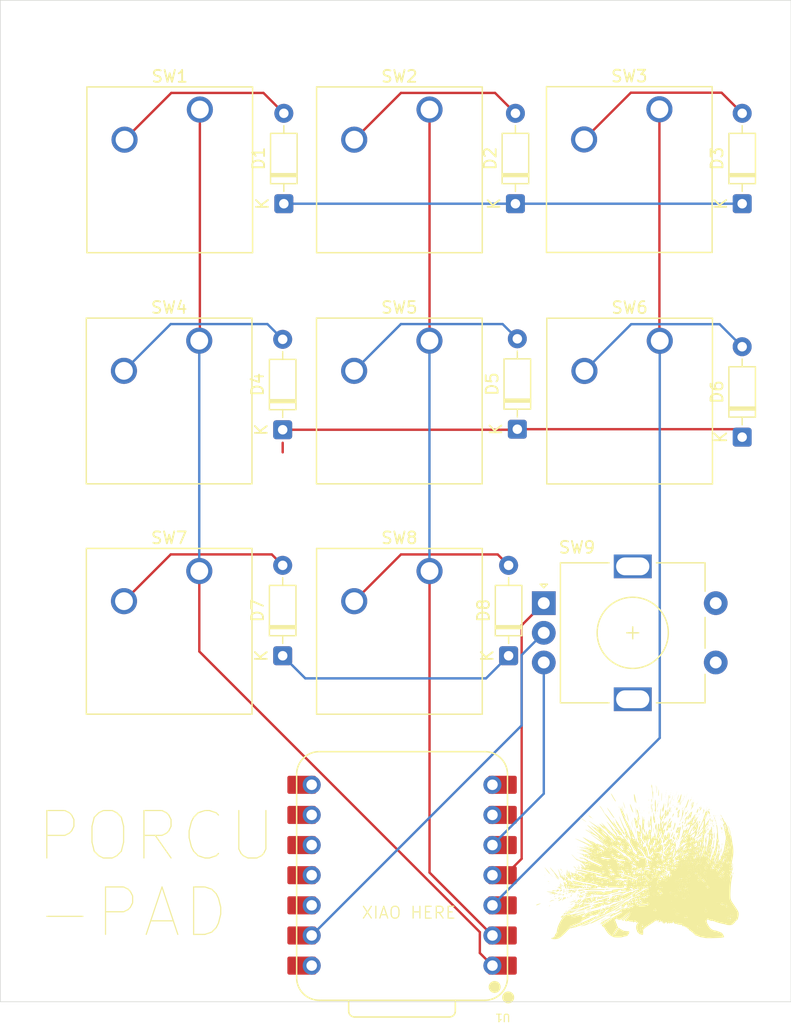
<source format=kicad_pcb>
(kicad_pcb (version 20241229) (generator "pcbnew") (generator_version "9.0")
  (layers (0 "F.Cu" signal) (2 "B.Cu" signal) (13 "F.Paste" user) (15 "B.Paste" user) (5 "F.SilkS" user "F.Silkscreen") (7 "B.SilkS" user "B.Silkscreen") (1 "F.Mask" user) (3 "B.Mask" user) (25 "Edge.Cuts" user))
  (net 0 "")
  (net 1 "Net-(D1-A)")
  (net 2 "Row 1")
  (net 3 "Net-(D2-A)")
  (net 4 "Net-(D3-A)")
  (net 5 "Row 2")
  (net 6 "Net-(D4-A)")
  (net 7 "Net-(D5-A)")
  (net 8 "Net-(D6-A)")
  (net 9 "Net-(D7-A)")
  (net 10 "Row 3")
  (net 11 "Net-(D8-A)")
  (net 12 "Col 1")
  (net 13 "Col 2")
  (net 14 "Col 3")
  (net 15 "Net-(U1-GPIO6{slash}SDA)")
  (net 16 "GND")
  (net 17 "Net-(U1-GPIO29{slash}ADC3{slash}A3)")
  (net 20 "+5V")
  (footprint "ryu:porc" (layer "F.Cu") (at 86.574258 106.619771)
    (property "Reference" "G***" (at 0 0 0) (layer "F.SilkS") (effects (font (size 1.5 1.5) (thickness 0.3))))
    (property "Value" "LOGO" (hide yes))
  )
  (footprint "Button_Switch_Keyboard:SW_Cherry_MX_1.00u_PCB" (layer "F.Cu") (at 50.118334 81.440929)
    (property "Reference" "SW7" (at -2.54 -2.794 0) (layer "F.SilkS"))
    (property "Value" "SW_Push")
    (pad "" np_thru_hole circle (at -7.62 5.08) (size 1.7 1.7) (drill 1.7) (layers "*.Cu" "*.Mask"))
    (pad "" np_thru_hole circle (at -2.54 5.08) (size 4 4) (drill 4) (layers "*.Cu" "*.Mask"))
    (pad "" np_thru_hole circle (at 2.54 5.08) (size 1.7 1.7) (drill 1.7) (layers "*.Cu" "*.Mask"))
    (pad "1" thru_hole circle (at 0 0) (size 2.2 2.2) (drill 1.5) (layers "*.Cu" "*.Mask") (net 12 "Col 1"))
    (pad "2" thru_hole circle (at -6.35 2.54) (size 2.2 2.2) (drill 1.5) (layers "*.Cu" "*.Mask") (net 9 "Net-(D7-A)"))
  )
  (footprint "Diode_THT:D_DO-35_SOD27_P7.62mm_Horizontal" (layer "F.Cu") (at 76.935734 69.487431 90)
    (property "Reference" "D5" (at 3.81 -2.12 90) (layer "F.SilkS"))
    (property "Value" "D")
    (fp_text user "K" (at 0 -1.8 90) (layer "F.SilkS"))
    (pad "1" thru_hole roundrect (at 0 0 90) (size 1.6 1.6) (drill 0.8) (layers "*.Cu" "*.Mask") (roundrect_rratio 0.15625) (net 5 "Row 2"))
    (pad "2" thru_hole circle (at 7.62 0 90) (size 1.6 1.6) (drill 0.8) (layers "*.Cu" "*.Mask") (net 7 "Net-(D5-A)"))
  )
  (footprint "OPL:XIAO-RP2040-DIP" (layer "F.Cu") (at 67.216457 107.078295 180)
    (property "Reference" "U1" (at -8.5 -12 180) (layer "F.SilkS") (effects (font (size 0.635 0.635) (thickness 0.1016))))
    (property "Value" "XIAO-RP2040-DIP")
    (pad "1" smd roundrect (at -8.455 -7.62) (size 2.432 1.524) (layers "F.Cu" "F.Mask") (roundrect_rratio 0.1) (net 12 "Col 1"))
    (pad "1" thru_hole circle (at -7.62 -7.62) (size 1.524 1.524) (drill 0.889) (layers "*.Cu" "*.Mask") (net 12 "Col 1"))
    (pad "2" smd roundrect (at -8.455 -5.08) (size 2.432 1.524) (layers "F.Cu" "F.Mask") (roundrect_rratio 0.1) (net 13 "Col 2"))
    (pad "2" thru_hole circle (at -7.62 -5.08) (size 1.524 1.524) (drill 0.889) (layers "*.Cu" "*.Mask") (net 13 "Col 2"))
    (pad "3" smd roundrect (at -8.455 -2.54) (size 2.432 1.524) (layers "F.Cu" "F.Mask") (roundrect_rratio 0.1) (net 14 "Col 3"))
    (pad "3" thru_hole circle (at -7.62 -2.54) (size 1.524 1.524) (drill 0.889) (layers "*.Cu" "*.Mask") (net 14 "Col 3"))
    (pad "4" smd roundrect (at -8.455 0) (size 2.432 1.524) (layers "F.Cu" "F.Mask") (roundrect_rratio 0.1) (net 17 "Net-(U1-GPIO29{slash}ADC3{slash}A3)"))
    (pad "4" thru_hole circle (at -7.62 0) (size 1.524 1.524) (drill 0.889) (layers "*.Cu" "*.Mask") (net 17 "Net-(U1-GPIO29{slash}ADC3{slash}A3)"))
    (pad "5" smd roundrect (at -8.455 2.54) (size 2.432 1.524) (layers "F.Cu" "F.Mask") (roundrect_rratio 0.1) (net 15 "Net-(U1-GPIO6{slash}SDA)"))
    (pad "5" thru_hole circle (at -7.62 2.54) (size 1.524 1.524) (drill 0.889) (layers "*.Cu" "*.Mask") (net 15 "Net-(U1-GPIO6{slash}SDA)"))
    (pad "6" smd roundrect (at -8.455 5.08) (size 2.432 1.524) (layers "F.Cu" "F.Mask") (roundrect_rratio 0.1))
    (pad "6" thru_hole circle (at -7.62 5.08) (size 1.524 1.524) (drill 0.889) (layers "*.Cu" "*.Mask"))
    (pad "7" smd roundrect (at -8.455 7.62) (size 2.432 1.524) (layers "F.Cu" "F.Mask") (roundrect_rratio 0.1))
    (pad "7" thru_hole circle (at -7.62 7.62) (size 1.524 1.524) (drill 0.889) (layers "*.Cu" "*.Mask"))
    (pad "8" thru_hole circle (at 7.62 7.62 180) (size 1.524 1.524) (drill 0.889) (layers "*.Cu" "*.Mask") (net 10 "Row 3"))
    (pad "8" smd roundrect (at 8.455 7.62 180) (size 2.432 1.524) (layers "F.Cu" "F.Mask") (roundrect_rratio 0.1) (net 10 "Row 3"))
    (pad "9" thru_hole circle (at 7.62 5.08 180) (size 1.524 1.524) (drill 0.889) (layers "*.Cu" "*.Mask") (net 5 "Row 2"))
    (pad "9" smd roundrect (at 8.455 5.08 180) (size 2.432 1.524) (layers "F.Cu" "F.Mask") (roundrect_rratio 0.1) (net 5 "Row 2"))
    (pad "10" thru_hole circle (at 7.62 2.54 180) (size 1.524 1.524) (drill 0.889) (layers "*.Cu" "*.Mask") (net 2 "Row 1"))
    (pad "10" smd roundrect (at 8.455 2.54 180) (size 2.432 1.524) (layers "F.Cu" "F.Mask") (roundrect_rratio 0.1) (net 2 "Row 1"))
    (pad "11" thru_hole circle (at 7.62 0 180) (size 1.524 1.524) (drill 0.889) (layers "*.Cu" "*.Mask"))
    (pad "11" smd roundrect (at 8.455 0 180) (size 2.432 1.524) (layers "F.Cu" "F.Mask") (roundrect_rratio 0.1))
    (pad "12" thru_hole circle (at 7.62 -2.54 180) (size 1.524 1.524) (drill 0.889) (layers "*.Cu" "*.Mask"))
    (pad "12" smd roundrect (at 8.455 -2.54 180) (size 2.432 1.524) (layers "F.Cu" "F.Mask") (roundrect_rratio 0.1))
    (pad "13" thru_hole circle (at 7.62 -5.08 180) (size 1.524 1.524) (drill 0.889) (layers "*.Cu" "*.Mask") (net 16 "GND"))
    (pad "13" smd roundrect (at 8.455 -5.08 180) (size 2.432 1.524) (layers "F.Cu" "F.Mask") (roundrect_rratio 0.1) (net 16 "GND"))
    (pad "14" thru_hole circle (at 7.62 -7.62 180) (size 1.524 1.524) (drill 0.889) (layers "*.Cu" "*.Mask") (net 20 "+5V"))
    (pad "14" smd roundrect (at 8.455 -7.62 180) (size 2.432 1.524) (layers "F.Cu" "F.Mask") (roundrect_rratio 0.1) (net 20 "+5V"))
  )
  (footprint "Diode_THT:D_DO-35_SOD27_P7.62mm_Horizontal" (layer "F.Cu") (at 95.894347 70.15594 90)
    (property "Reference" "D6" (at 3.81 -2.12 90) (layer "F.SilkS"))
    (property "Value" "D")
    (fp_text user "K" (at 0 -1.8 90) (layer "F.SilkS"))
    (pad "1" thru_hole roundrect (at 0 0 90) (size 1.6 1.6) (drill 0.8) (layers "*.Cu" "*.Mask") (roundrect_rratio 0.15625) (net 5 "Row 2"))
    (pad "2" thru_hole circle (at 7.62 0 90) (size 1.6 1.6) (drill 0.8) (layers "*.Cu" "*.Mask") (net 8 "Net-(D6-A)"))
  )
  (footprint "Diode_THT:D_DO-35_SOD27_P7.62mm_Horizontal" (layer "F.Cu") (at 76.2 88.5825 90)
    (property "Reference" "D8" (at 3.81 -2.12 90) (layer "F.SilkS"))
    (property "Value" "D")
    (fp_text user "K" (at 0 -1.8 90) (layer "F.SilkS"))
    (pad "1" thru_hole roundrect (at 0 0 90) (size 1.6 1.6) (drill 0.8) (layers "*.Cu" "*.Mask") (roundrect_rratio 0.15625) (net 10 "Row 3"))
    (pad "2" thru_hole circle (at 7.62 0 90) (size 1.6 1.6) (drill 0.8) (layers "*.Cu" "*.Mask") (net 11 "Net-(D8-A)"))
  )
  (footprint "Diode_THT:D_DO-35_SOD27_P7.62mm_Horizontal" (layer "F.Cu") (at 57.15 69.5325 90)
    (property "Reference" "D4" (at 3.81 -2.12 90) (layer "F.SilkS"))
    (property "Value" "D")
    (fp_text user "K" (at 0 -1.8 90) (layer "F.SilkS"))
    (pad "1" thru_hole roundrect (at 0 0 90) (size 1.6 1.6) (drill 0.8) (layers "*.Cu" "*.Mask") (roundrect_rratio 0.15625) (net 5 "Row 2"))
    (pad "2" thru_hole circle (at 7.62 0 90) (size 1.6 1.6) (drill 0.8) (layers "*.Cu" "*.Mask") (net 6 "Net-(D4-A)"))
  )
  (footprint "Button_Switch_Keyboard:SW_Cherry_MX_1.00u_PCB" (layer "F.Cu") (at 50.165 42.545)
    (property "Reference" "SW1" (at -2.54 -2.794 0) (layer "F.SilkS"))
    (property "Value" "SW_Push")
    (pad "" np_thru_hole circle (at -7.62 5.08) (size 1.7 1.7) (drill 1.7) (layers "*.Cu" "*.Mask"))
    (pad "" np_thru_hole circle (at -2.54 5.08) (size 4 4) (drill 4) (layers "*.Cu" "*.Mask"))
    (pad "" np_thru_hole circle (at 2.54 5.08) (size 1.7 1.7) (drill 1.7) (layers "*.Cu" "*.Mask"))
    (pad "1" thru_hole circle (at 0 0) (size 2.2 2.2) (drill 1.5) (layers "*.Cu" "*.Mask") (net 12 "Col 1"))
    (pad "2" thru_hole circle (at -6.35 2.54) (size 2.2 2.2) (drill 1.5) (layers "*.Cu" "*.Mask") (net 1 "Net-(D1-A)"))
  )
  (footprint "Diode_THT:D_DO-35_SOD27_P7.62mm_Horizontal" (layer "F.Cu") (at 76.775318 50.4825 90)
    (property "Reference" "D2" (at 3.81 -2.12 90) (layer "F.SilkS"))
    (property "Value" "D")
    (fp_text user "K" (at 0 -1.8 90) (layer "F.SilkS"))
    (pad "1" thru_hole roundrect (at 0 0 90) (size 1.6 1.6) (drill 0.8) (layers "*.Cu" "*.Mask") (roundrect_rratio 0.15625) (net 2 "Row 1"))
    (pad "2" thru_hole circle (at 7.62 0 90) (size 1.6 1.6) (drill 0.8) (layers "*.Cu" "*.Mask") (net 3 "Net-(D2-A)"))
  )
  (footprint "Button_Switch_Keyboard:SW_Cherry_MX_1.00u_PCB" (layer "F.Cu") (at 69.525682 62.027637)
    (property "Reference" "SW5" (at -2.54 -2.794 0) (layer "F.SilkS"))
    (property "Value" "SW_Push")
    (pad "" np_thru_hole circle (at -7.62 5.08) (size 1.7 1.7) (drill 1.7) (layers "*.Cu" "*.Mask"))
    (pad "" np_thru_hole circle (at -2.54 5.08) (size 4 4) (drill 4) (layers "*.Cu" "*.Mask"))
    (pad "" np_thru_hole circle (at 2.54 5.08) (size 1.7 1.7) (drill 1.7) (layers "*.Cu" "*.Mask"))
    (pad "1" thru_hole circle (at 0 0) (size 2.2 2.2) (drill 1.5) (layers "*.Cu" "*.Mask") (net 13 "Col 2"))
    (pad "2" thru_hole circle (at -6.35 2.54) (size 2.2 2.2) (drill 1.5) (layers "*.Cu" "*.Mask") (net 7 "Net-(D5-A)"))
  )
  (footprint "Button_Switch_Keyboard:SW_Cherry_MX_1.00u_PCB" (layer "F.Cu") (at 88.917002 42.5251)
    (property "Reference" "SW3" (at -2.54 -2.794 0) (layer "F.SilkS"))
    (property "Value" "SW_Push")
    (pad "" np_thru_hole circle (at -7.62 5.08) (size 1.7 1.7) (drill 1.7) (layers "*.Cu" "*.Mask"))
    (pad "" np_thru_hole circle (at -2.54 5.08) (size 4 4) (drill 4) (layers "*.Cu" "*.Mask"))
    (pad "" np_thru_hole circle (at 2.54 5.08) (size 1.7 1.7) (drill 1.7) (layers "*.Cu" "*.Mask"))
    (pad "1" thru_hole circle (at 0 0) (size 2.2 2.2) (drill 1.5) (layers "*.Cu" "*.Mask") (net 14 "Col 3"))
    (pad "2" thru_hole circle (at -6.35 2.54) (size 2.2 2.2) (drill 1.5) (layers "*.Cu" "*.Mask") (net 4 "Net-(D3-A)"))
  )
  (footprint "Button_Switch_Keyboard:SW_Cherry_MX_1.00u_PCB" (layer "F.Cu") (at 69.5325 42.545)
    (property "Reference" "SW2" (at -2.54 -2.794 0) (layer "F.SilkS"))
    (property "Value" "SW_Push")
    (pad "" np_thru_hole circle (at -7.62 5.08) (size 1.7 1.7) (drill 1.7) (layers "*.Cu" "*.Mask"))
    (pad "" np_thru_hole circle (at -2.54 5.08) (size 4 4) (drill 4) (layers "*.Cu" "*.Mask"))
    (pad "" np_thru_hole circle (at 2.54 5.08) (size 1.7 1.7) (drill 1.7) (layers "*.Cu" "*.Mask"))
    (pad "1" thru_hole circle (at 0 0) (size 2.2 2.2) (drill 1.5) (layers "*.Cu" "*.Mask") (net 13 "Col 2"))
    (pad "2" thru_hole circle (at -6.35 2.54) (size 2.2 2.2) (drill 1.5) (layers "*.Cu" "*.Mask") (net 3 "Net-(D2-A)"))
  )
  (footprint "Rotary_Encoder:RotaryEncoder_Alps_EC11E-Switch_Vertical_H20mm" (layer "F.Cu") (at 79.166987 84.14893)
    (property "Reference" "SW9" (at 2.8 -4.7 0) (layer "F.SilkS"))
    (property "Value" "RotaryEncoder")
    (pad "A" thru_hole rect (at 0 0) (size 2 2) (drill 1) (layers "*.Cu" "*.Mask") (net 17 "Net-(U1-GPIO29{slash}ADC3{slash}A3)"))
    (pad "B" thru_hole circle (at 0 5) (size 2 2) (drill 1) (layers "*.Cu" "*.Mask") (net 15 "Net-(U1-GPIO6{slash}SDA)"))
    (pad "C" thru_hole circle (at 0 2.5) (size 2 2) (drill 1) (layers "*.Cu" "*.Mask") (net 16 "GND"))
    (pad "MP" thru_hole rect (at 7.5 -3.1) (size 3.2 2) (drill oval 2.8 1.5) (layers "*.Cu" "*.Mask"))
    (pad "MP" thru_hole rect (at 7.5 8.1) (size 3.2 2) (drill oval 2.8 1.5) (layers "*.Cu" "*.Mask"))
    (pad "S1" thru_hole circle (at 14.5 5) (size 2 2) (drill 1) (layers "*.Cu" "*.Mask"))
    (pad "S2" thru_hole circle (at 14.5 0) (size 2 2) (drill 1) (layers "*.Cu" "*.Mask"))
  )
  (footprint "Button_Switch_Keyboard:SW_Cherry_MX_1.00u_PCB" (layer "F.Cu") (at 50.113954 62.027637)
    (property "Reference" "SW4" (at -2.54 -2.794 0) (layer "F.SilkS"))
    (property "Value" "SW_Push")
    (pad "" np_thru_hole circle (at -7.62 5.08) (size 1.7 1.7) (drill 1.7) (layers "*.Cu" "*.Mask"))
    (pad "" np_thru_hole circle (at -2.54 5.08) (size 4 4) (drill 4) (layers "*.Cu" "*.Mask"))
    (pad "" np_thru_hole circle (at 2.54 5.08) (size 1.7 1.7) (drill 1.7) (layers "*.Cu" "*.Mask"))
    (pad "1" thru_hole circle (at 0 0) (size 2.2 2.2) (drill 1.5) (layers "*.Cu" "*.Mask") (net 12 "Col 1"))
    (pad "2" thru_hole circle (at -6.35 2.54) (size 2.2 2.2) (drill 1.5) (layers "*.Cu" "*.Mask") (net 6 "Net-(D4-A)"))
  )
  (footprint "Button_Switch_Keyboard:SW_Cherry_MX_1.00u_PCB" (layer "F.Cu") (at 69.5325 81.443543)
    (property "Reference" "SW8" (at -2.54 -2.794 0) (layer "F.SilkS"))
    (property "Value" "SW_Push")
    (pad "" np_thru_hole circle (at -7.62 5.08) (size 1.7 1.7) (drill 1.7) (layers "*.Cu" "*.Mask"))
    (pad "" np_thru_hole circle (at -2.54 5.08) (size 4 4) (drill 4) (layers "*.Cu" "*.Mask"))
    (pad "" np_thru_hole circle (at 2.54 5.08) (size 1.7 1.7) (drill 1.7) (layers "*.Cu" "*.Mask"))
    (pad "1" thru_hole circle (at 0 0) (size 2.2 2.2) (drill 1.5) (layers "*.Cu" "*.Mask") (net 13 "Col 2"))
    (pad "2" thru_hole circle (at -6.35 2.54) (size 2.2 2.2) (drill 1.5) (layers "*.Cu" "*.Mask") (net 11 "Net-(D8-A)"))
  )
  (footprint "Diode_THT:D_DO-35_SOD27_P7.62mm_Horizontal" (layer "F.Cu") (at 57.246881 50.4825 90)
    (property "Reference" "D1" (at 3.81 -2.12 90) (layer "F.SilkS"))
    (property "Value" "D")
    (fp_text user "K" (at 0 -1.8 90) (layer "F.SilkS"))
    (pad "1" thru_hole roundrect (at 0 0 90) (size 1.6 1.6) (drill 0.8) (layers "*.Cu" "*.Mask") (roundrect_rratio 0.15625) (net 2 "Row 1"))
    (pad "2" thru_hole circle (at 7.62 0 90) (size 1.6 1.6) (drill 0.8) (layers "*.Cu" "*.Mask") (net 1 "Net-(D1-A)"))
  )
  (footprint "Diode_THT:D_DO-35_SOD27_P7.62mm_Horizontal" (layer "F.Cu") (at 57.15 88.5825 90)
    (property "Reference" "D7" (at 3.81 -2.12 90) (layer "F.SilkS"))
    (property "Value" "D")
    (fp_text user "K" (at 0 -1.8 90) (layer "F.SilkS"))
    (pad "1" thru_hole roundrect (at 0 0 90) (size 1.6 1.6) (drill 0.8) (layers "*.Cu" "*.Mask") (roundrect_rratio 0.15625) (net 10 "Row 3"))
    (pad "2" thru_hole circle (at 7.62 0 90) (size 1.6 1.6) (drill 0.8) (layers "*.Cu" "*.Mask") (net 9 "Net-(D7-A)"))
  )
  (footprint "Button_Switch_Keyboard:SW_Cherry_MX_1.00u_PCB" (layer "F.Cu") (at 88.945473 62.036342)
    (property "Reference" "SW6" (at -2.54 -2.794 0) (layer "F.SilkS"))
    (property "Value" "SW_Push")
    (pad "" np_thru_hole circle (at -7.62 5.08) (size 1.7 1.7) (drill 1.7) (layers "*.Cu" "*.Mask"))
    (pad "" np_thru_hole circle (at -2.54 5.08) (size 4 4) (drill 4) (layers "*.Cu" "*.Mask"))
    (pad "" np_thru_hole circle (at 2.54 5.08) (size 1.7 1.7) (drill 1.7) (layers "*.Cu" "*.Mask"))
    (pad "1" thru_hole circle (at 0 0) (size 2.2 2.2) (drill 1.5) (layers "*.Cu" "*.Mask") (net 14 "Col 3"))
    (pad "2" thru_hole circle (at -6.35 2.54) (size 2.2 2.2) (drill 1.5) (layers "*.Cu" "*.Mask") (net 8 "Net-(D6-A)"))
  )
  (footprint "Diode_THT:D_DO-35_SOD27_P7.62mm_Horizontal" (layer "F.Cu") (at 95.896913 50.4825 90)
    (property "Reference" "D3" (at 3.81 -2.12 90) (layer "F.SilkS"))
    (property "Value" "D")
    (fp_text user "K" (at 0 -1.8 90) (layer "F.SilkS"))
    (pad "1" thru_hole roundrect (at 0 0 90) (size 1.6 1.6) (drill 0.8) (layers "*.Cu" "*.Mask") (roundrect_rratio 0.15625) (net 2 "Row 1"))
    (pad "2" thru_hole circle (at 7.62 0 90) (size 1.6 1.6) (drill 0.8) (layers "*.Cu" "*.Mask") (net 4 "Net-(D3-A)"))
  )
  (gr_rect (start 33.3375 33.3375) (end 100.0125 117.743953) (stroke (width 0.05)) (fill no) (layer "Edge.Cuts"))
  (gr_text "XIAO HERE" (at 63.749393 110.822315 0) (layer "F.SilkS") (effects (font (size 1 1) (thickness 0.1)) (justify left bottom)))
  (gr_text "PORCU\n-PAD" (at 36.241252 112.561335 0) (layer "F.SilkS") (effects (font (size 4 4) (thickness 0.1)) (justify left bottom)))
  (segment (start 57.15 71.4375) (end 57.15 70.6335) (width 0.2) (layer "F.Cu") (net 0))
  (segment (start 55.528381 41.144) (end 57.246881 42.8625) (width 0.2) (layer "F.Cu") (net 1))
  (segment (start 43.815 45.085) (end 47.756 41.144) (width 0.2) (layer "F.Cu") (net 1))
  (segment (start 47.756 41.144) (end 55.528381 41.144) (width 0.2) (layer "F.Cu") (net 1))
  (segment (start 95.896913 50.4825) (end 76.775318 50.4825) (width 0.2) (layer "B.Cu") (net 2))
  (segment (start 57.246881 50.4825) (end 76.775318 50.4825) (width 0.2) (layer "B.Cu") (net 2))
  (segment (start 75.056818 41.144) (end 76.775318 42.8625) (width 0.2) (layer "F.Cu") (net 3))
  (segment (start 67.1235 41.144) (end 75.056818 41.144) (width 0.2) (layer "F.Cu") (net 3))
  (segment (start 63.1825 45.085) (end 67.1235 41.144) (width 0.2) (layer "F.Cu") (net 3))
  (segment (start 86.508002 41.1241) (end 94.158513 41.1241) (width 0.2) (layer "F.Cu") (net 4))
  (segment (start 94.158513 41.1241) (end 95.896913 42.8625) (width 0.2) (layer "F.Cu") (net 4))
  (segment (start 82.567002 45.0651) (end 86.508002 41.1241) (width 0.2) (layer "F.Cu") (net 4))
  (segment (start 76.890665 69.5325) (end 76.935734 69.487431) (width 0.2) (layer "F.Cu") (net 5))
  (segment (start 95.225838 69.487431) (end 95.894347 70.15594) (width 0.2) (layer "F.Cu") (net 5))
  (segment (start 76.935734 69.487431) (end 95.225838 69.487431) (width 0.2) (layer "F.Cu") (net 5))
  (segment (start 57.15 69.5325) (end 76.890665 69.5325) (width 0.2) (layer "F.Cu") (net 5))
  (segment (start 43.763954 64.567637) (end 47.704954 60.626637) (width 0.2) (layer "B.Cu") (net 6))
  (segment (start 55.864137 60.626637) (end 57.15 61.9125) (width 0.2) (layer "B.Cu") (net 6))
  (segment (start 47.704954 60.626637) (end 55.864137 60.626637) (width 0.2) (layer "B.Cu") (net 6))
  (segment (start 63.175682 64.567637) (end 67.116682 60.626637) (width 0.2) (layer "B.Cu") (net 7))
  (segment (start 75.69494 60.626637) (end 76.935734 61.867431) (width 0.2) (layer "B.Cu") (net 7))
  (segment (start 67.116682 60.626637) (end 75.69494 60.626637) (width 0.2) (layer "B.Cu") (net 7))
  (segment (start 93.993749 60.635342) (end 95.894347 62.53594) (width 0.2) (layer "B.Cu") (net 8))
  (segment (start 82.595473 64.576342) (end 86.536473 60.635342) (width 0.2) (layer "B.Cu") (net 8))
  (segment (start 86.536473 60.635342) (end 93.993749 60.635342) (width 0.2) (layer "B.Cu") (net 8))
  (segment (start 43.768334 83.980929) (end 47.709334 80.039929) (width 0.2) (layer "F.Cu") (net 9))
  (segment (start 56.227429 80.039929) (end 57.15 80.9625) (width 0.2) (layer "F.Cu") (net 9))
  (segment (start 47.709334 80.039929) (end 56.227429 80.039929) (width 0.2) (layer "F.Cu") (net 9))
  (segment (start 57.15 88.5825) (end 59.055 90.4875) (width 0.2) (layer "B.Cu") (net 10))
  (segment (start 74.295 90.4875) (end 76.2 88.5825) (width 0.2) (layer "B.Cu") (net 10))
  (segment (start 59.055 90.4875) (end 74.295 90.4875) (width 0.2) (layer "B.Cu") (net 10))
  (segment (start 63.1825 83.983543) (end 67.1235 80.042543) (width 0.2) (layer "F.Cu") (net 11))
  (segment (start 67.1235 80.042543) (end 75.280043 80.042543) (width 0.2) (layer "F.Cu") (net 11))
  (segment (start 75.280043 80.042543) (end 76.2 80.9625) (width 0.2) (layer "F.Cu") (net 11))
  (segment (start 50.165 61.976591) (end 50.113954 62.027637) (width 0.2) (layer "F.Cu") (net 12))
  (segment (start 50.118334 81.440929) (end 50.118334 88.218334) (width 0.2) (layer "F.Cu") (net 12))
  (segment (start 50.113954 62.027637) (end 50.118334 62.032017) (width 0.2) (layer "F.Cu") (net 12))
  (segment (start 73.773457 111.873457) (end 73.773457 113.635295) (width 0.2) (layer "F.Cu") (net 12))
  (segment (start 50.118334 88.218334) (end 73.773457 111.873457) (width 0.2) (layer "F.Cu") (net 12))
  (segment (start 73.773457 113.635295) (end 74.836457 114.698295) (width 0.2) (layer "F.Cu") (net 12))
  (segment (start 50.165 42.545) (end 50.165 61.976591) (width 0.2) (layer "F.Cu") (net 12))
  (segment (start 50.113954 81.436549) (end 50.118334 81.440929) (width 0.2) (layer "B.Cu") (net 12))
  (segment (start 50.113954 62.027637) (end 50.113954 81.436549) (width 0.2) (layer "B.Cu") (net 12))
  (segment (start 69.525682 81.436725) (end 69.5325 81.443543) (width 0.2) (layer "F.Cu") (net 13))
  (segment (start 69.5325 62.020819) (end 69.525682 62.027637) (width 0.2) (layer "F.Cu") (net 13))
  (segment (start 69.5325 81.443543) (end 69.5325 106.854338) (width 0.2) (layer "F.Cu") (net 13))
  (segment (start 69.5325 42.545) (end 69.5325 62.020819) (width 0.2) (layer "F.Cu") (net 13))
  (segment (start 69.5325 106.854338) (end 74.836457 112.158295) (width 0.2) (layer "F.Cu") (net 13))
  (segment (start 69.525682 81.436725) (end 69.5325 81.443543) (width 0.2) (layer "B.Cu") (net 13))
  (segment (start 69.525682 62.027637) (end 69.525682 81.436725) (width 0.2) (layer "B.Cu") (net 13))
  (segment (start 88.945473 62.036342) (end 88.917002 62.007871) (width 0.2) (layer "F.Cu") (net 14))
  (segment (start 74.836457 109.618295) (end 75.671457 109.618295) (width 0.2) (layer "F.Cu") (net 14))
  (segment (start 88.917002 42.5251) (end 88.917002 62.007871) (width 0.2) (layer "F.Cu") (net 14))
  (segment (start 88.945473 95.509279) (end 74.836457 109.618295) (width 0.2) (layer "B.Cu") (net 14))
  (segment (start 88.945473 62.036342) (end 88.945473 95.509279) (width 0.2) (layer "B.Cu") (net 14))
  (segment (start 79.166987 89.14893) (end 79.166987 100.207765) (width 0.2) (layer "B.Cu") (net 15))
  (segment (start 79.166987 100.207765) (end 74.836457 104.538295) (width 0.2) (layer "B.Cu") (net 15))
  (segment (start 79.166987 86.64893) (end 77.301 88.514917) (width 0.2) (layer "B.Cu") (net 16))
  (segment (start 77.301 88.514917) (end 77.301 94.453752) (width 0.2) (layer "B.Cu") (net 16))
  (segment (start 77.301 94.453752) (end 59.596457 112.158295) (width 0.2) (layer "B.Cu") (net 16))
  (segment (start 77.301 105.691382) (end 75.914087 107.078295) (width 0.2) (layer "F.Cu") (net 17))
  (segment (start 79.166987 84.14893) (end 77.301 86.014917) (width 0.2) (layer "F.Cu") (net 17))
  (segment (start 77.301 86.014917) (end 77.301 105.691382) (width 0.2) (layer "F.Cu") (net 17))
  (segment (start 75.914087 107.078295) (end 74.836457 107.078295) (width 0.2) (layer "F.Cu") (net 17))
)
</source>
